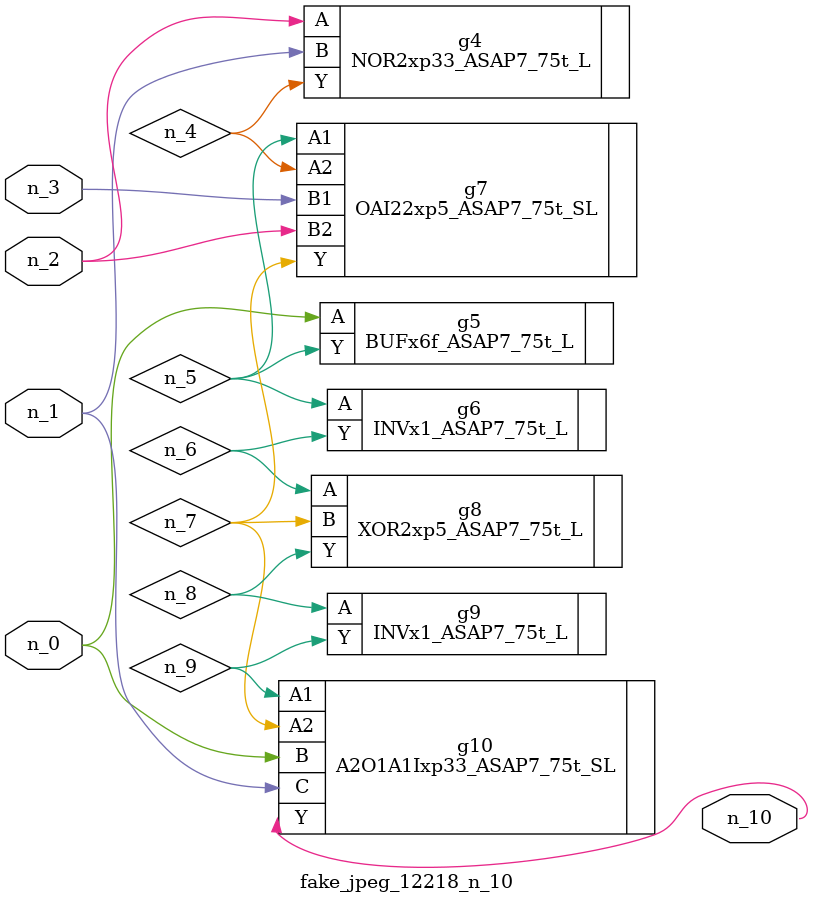
<source format=v>
module fake_jpeg_12218_n_10 (n_0, n_3, n_2, n_1, n_10);

input n_0;
input n_3;
input n_2;
input n_1;

output n_10;

wire n_4;
wire n_8;
wire n_9;
wire n_6;
wire n_5;
wire n_7;

NOR2xp33_ASAP7_75t_L g4 ( 
.A(n_2),
.B(n_1),
.Y(n_4)
);

BUFx6f_ASAP7_75t_L g5 ( 
.A(n_0),
.Y(n_5)
);

INVx1_ASAP7_75t_L g6 ( 
.A(n_5),
.Y(n_6)
);

XOR2xp5_ASAP7_75t_L g8 ( 
.A(n_6),
.B(n_7),
.Y(n_8)
);

OAI22xp5_ASAP7_75t_SL g7 ( 
.A1(n_5),
.A2(n_4),
.B1(n_3),
.B2(n_2),
.Y(n_7)
);

INVx1_ASAP7_75t_L g9 ( 
.A(n_8),
.Y(n_9)
);

A2O1A1Ixp33_ASAP7_75t_SL g10 ( 
.A1(n_9),
.A2(n_7),
.B(n_0),
.C(n_1),
.Y(n_10)
);


endmodule
</source>
